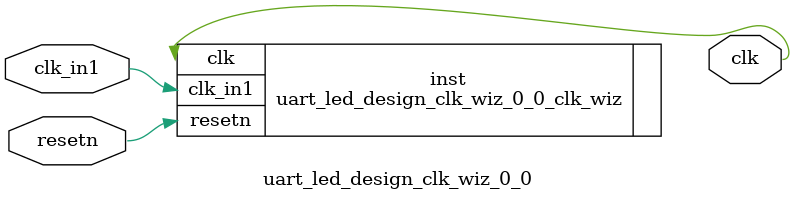
<source format=v>


`timescale 1ps/1ps

(* CORE_GENERATION_INFO = "uart_led_design_clk_wiz_0_0,clk_wiz_v6_0_12_0_0,{component_name=uart_led_design_clk_wiz_0_0,use_phase_alignment=true,use_min_o_jitter=true,use_max_i_jitter=false,use_dyn_phase_shift=false,use_inclk_switchover=false,use_dyn_reconfig=false,enable_axi=0,feedback_source=FDBK_AUTO,PRIMITIVE=MMCM,num_out_clk=1,clkin1_period=10.000,clkin2_period=10.000,use_power_down=false,use_reset=true,use_locked=false,use_inclk_stopped=false,feedback_type=SINGLE,CLOCK_MGR_TYPE=NA,manual_override=false}" *)

module uart_led_design_clk_wiz_0_0 
 (
  // Clock out ports
  output        clk,
  // Status and control signals
  input         resetn,
 // Clock in ports
  input         clk_in1
 );

  uart_led_design_clk_wiz_0_0_clk_wiz inst
  (
  // Clock out ports  
  .clk(clk),
  // Status and control signals               
  .resetn(resetn), 
 // Clock in ports
  .clk_in1(clk_in1)
  );

endmodule

</source>
